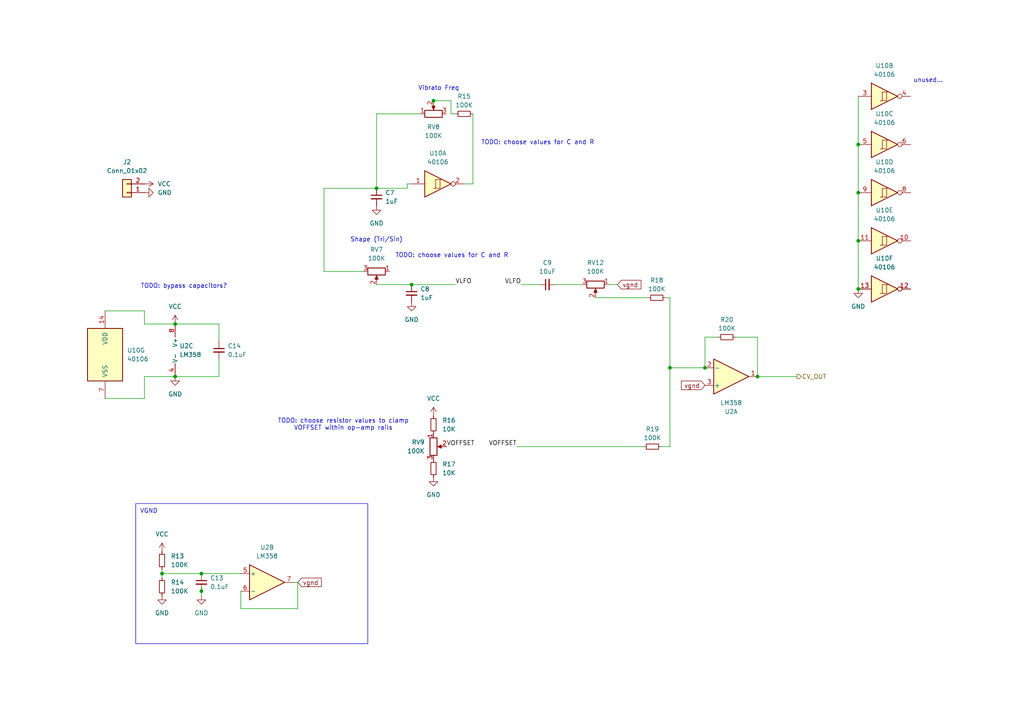
<source format=kicad_sch>
(kicad_sch (version 20231120) (generator "eeschema") (generator_version "8.0")
  (paper "A4")
  (lib_symbols
    (symbol "4xxx:40106" (pin_names (offset 1.016))
      (property "Reference" "U" (at 0 1.27 0))
      (property "Value" "40106" (at 0 -1.27 0))
      (symbol "40106_1_0"
        (polyline (pts (xy -0.635 -1.27) (xy -0.635 1.27) (xy 0.635 1.27)))
        (polyline (pts (xy -3.81 3.81) (xy -3.81 -3.81) (xy 3.81 0) (xy -3.81 3.81)) (stroke (width 0.254)) (fill (type background)))
        (polyline (pts (xy -1.27 -1.27) (xy 0.635 -1.27) (xy 0.635 1.27) (xy 1.27 1.27)))
        (pin input line (at -7.62 0 0) (length 3.81) (name "~") (number "1"))
        (pin output inverted (at 7.62 0 180) (length 3.81) (name "~") (number "2"))
      )
      (symbol "40106_2_0"
        (polyline (pts (xy -0.635 -1.27) (xy -0.635 1.27) (xy 0.635 1.27)))
        (polyline (pts (xy -3.81 3.81) (xy -3.81 -3.81) (xy 3.81 0) (xy -3.81 3.81)) (stroke (width 0.254)) (fill (type background)))
        (polyline (pts (xy -1.27 -1.27) (xy 0.635 -1.27) (xy 0.635 1.27) (xy 1.27 1.27)))
        (pin input line (at -7.62 0 0) (length 3.81) (name "~") (number "3"))
        (pin output inverted (at 7.62 0 180) (length 3.81) (name "~") (number "4"))
      )
      (symbol "40106_3_0"
        (polyline (pts (xy -0.635 -1.27) (xy -0.635 1.27) (xy 0.635 1.27)))
        (polyline (pts (xy -3.81 3.81) (xy -3.81 -3.81) (xy 3.81 0) (xy -3.81 3.81)) (stroke (width 0.254)) (fill (type background)))
        (polyline (pts (xy -1.27 -1.27) (xy 0.635 -1.27) (xy 0.635 1.27) (xy 1.27 1.27)))
        (pin input line (at -7.62 0 0) (length 3.81) (name "~") (number "5"))
        (pin output inverted (at 7.62 0 180) (length 3.81) (name "~") (number "6"))
      )
      (symbol "40106_4_0"
        (polyline (pts (xy -0.635 -1.27) (xy -0.635 1.27) (xy 0.635 1.27)))
        (polyline (pts (xy -3.81 3.81) (xy -3.81 -3.81) (xy 3.81 0) (xy -3.81 3.81)) (stroke (width 0.254)) (fill (type background)))
        (polyline (pts (xy -1.27 -1.27) (xy 0.635 -1.27) (xy 0.635 1.27) (xy 1.27 1.27)))
        (pin output inverted (at 7.62 0 180) (length 3.81) (name "~") (number "8"))
        (pin input line (at -7.62 0 0) (length 3.81) (name "~") (number "9"))
      )
      (symbol "40106_5_0"
        (polyline (pts (xy -0.635 -1.27) (xy -0.635 1.27) (xy 0.635 1.27)))
        (polyline (pts (xy -3.81 3.81) (xy -3.81 -3.81) (xy 3.81 0) (xy -3.81 3.81)) (stroke (width 0.254)) (fill (type background)))
        (polyline (pts (xy -1.27 -1.27) (xy 0.635 -1.27) (xy 0.635 1.27) (xy 1.27 1.27)))
        (pin output inverted (at 7.62 0 180) (length 3.81) (name "~") (number "10"))
        (pin input line (at -7.62 0 0) (length 3.81) (name "~") (number "11"))
      )
      (symbol "40106_6_0"
        (polyline (pts (xy -0.635 -1.27) (xy -0.635 1.27) (xy 0.635 1.27)))
        (polyline (pts (xy -3.81 3.81) (xy -3.81 -3.81) (xy 3.81 0) (xy -3.81 3.81)) (stroke (width 0.254)) (fill (type background)))
        (polyline (pts (xy -1.27 -1.27) (xy 0.635 -1.27) (xy 0.635 1.27) (xy 1.27 1.27)))
        (pin output inverted (at 7.62 0 180) (length 3.81) (name "~") (number "12"))
        (pin input line (at -7.62 0 0) (length 3.81) (name "~") (number "13"))
      )
      (symbol "40106_7_0"
        (pin power_in line (at 0 12.7 270) (length 5.08) (name "VDD") (number "14"))
        (pin power_in line (at 0 -12.7 90) (length 5.08) (name "VSS") (number "7"))
      )
      (symbol "40106_7_1"
        (rectangle (start -5.08 7.62) (end 5.08 -7.62) (stroke (width 0.254)) (fill (type background)))
      )
    )
    (symbol "Amplifier_Operational:LM358" (pin_names (offset 0.127))
      (property "Reference" "U" (at 0 5.08 0))
      (property "Value" "LM358" (at 0 -5.08 0))
      (symbol "LM358_1_1"
        (polyline (pts (xy -5.08 5.08) (xy 5.08 0) (xy -5.08 -5.08) (xy -5.08 5.08)) (stroke (width 0.254)) (fill (type background)))
        (pin output line (at 7.62 0 180) (length 2.54) (name "~") (number "1"))
        (pin input line (at -7.62 -2.54 0) (length 2.54) (name "-") (number "2"))
        (pin input line (at -7.62 2.54 0) (length 2.54) (name "+") (number "3"))
      )
      (symbol "LM358_2_1"
        (polyline (pts (xy -5.08 5.08) (xy 5.08 0) (xy -5.08 -5.08) (xy -5.08 5.08)) (stroke (width 0.254)) (fill (type background)))
        (pin input line (at -7.62 2.54 0) (length 2.54) (name "+") (number "5"))
        (pin input line (at -7.62 -2.54 0) (length 2.54) (name "-") (number "6"))
        (pin output line (at 7.62 0 180) (length 2.54) (name "~") (number "7"))
      )
      (symbol "LM358_3_1"
        (pin power_in line (at -2.54 -7.62 90) (length 3.81) (name "V-") (number "4"))
        (pin power_in line (at -2.54 7.62 270) (length 3.81) (name "V+") (number "8"))
      )
    )
    (symbol "Connector_Generic:Conn_01x02" (pin_names (offset 1.016) hide)
      (property "Reference" "J" (at 0 2.54 0))
      (property "Value" "Conn_01x02" (at 0 -5.08 0))
      (symbol "Conn_01x02_1_1"
        (rectangle (start -1.27 -2.413) (end 0 -2.667) (stroke (width 0.1524)))
        (rectangle (start -1.27 0.127) (end 0 -0.127) (stroke (width 0.1524)))
        (rectangle (start -1.27 1.27) (end 1.27 -3.81) (stroke (width 0.254)) (fill (type background)))
        (pin passive line (at -5.08 0 0) (length 3.81) (name "Pin_1") (number "1"))
        (pin passive line (at -5.08 -2.54 0) (length 3.81) (name "Pin_2") (number "2"))
      )
    )
    (symbol "Device:C_Small" (pin_numbers hide) (pin_names (offset 0.254) hide)
      (property "Reference" "C" (at 0.254 1.778 0))
      (property "Value" "C_Small" (at 0.254 -2.032 0))
      (symbol "C_Small_0_1"
        (polyline (pts (xy -1.524 -0.508) (xy 1.524 -0.508)) (stroke (width 0.3302)))
        (polyline (pts (xy -1.524 0.508) (xy 1.524 0.508)) (stroke (width 0.3048)))
      )
      (symbol "C_Small_1_1"
        (pin passive line (at 0 2.54 270) (length 2.032) (name "~") (number "1"))
        (pin passive line (at 0 -2.54 90) (length 2.032) (name "~") (number "2"))
      )
    )
    (symbol "Device:R_Potentiometer" (pin_names (offset 1.016) hide)
      (property "Reference" "RV" (at -4.445 0 90))
      (property "Value" "R_Potentiometer" (at -2.54 0 90))
      (symbol "R_Potentiometer_0_1"
        (polyline (pts (xy 2.54 0) (xy 1.524 0)))
        (polyline (pts (xy 1.143 0) (xy 2.286 0.508) (xy 2.286 -0.508) (xy 1.143 0)) (fill (type outline)))
        (rectangle (start 1.016 2.54) (end -1.016 -2.54) (stroke (width 0.254)))
      )
      (symbol "R_Potentiometer_1_1"
        (pin passive line (at 0 3.81 270) (length 1.27) (name "1") (number "1"))
        (pin passive line (at 3.81 0 180) (length 1.27) (name "2") (number "2"))
        (pin passive line (at 0 -3.81 90) (length 1.27) (name "3") (number "3"))
      )
    )
    (symbol "Device:R_Small" (pin_numbers hide) (pin_names (offset 0.254) hide)
      (property "Reference" "R" (at 0.762 0.508 0))
      (property "Value" "R_Small" (at 0.762 -1.016 0))
      (symbol "R_Small_0_1"
        (rectangle (start -0.762 1.778) (end 0.762 -1.778) (stroke (width 0.2032)))
      )
      (symbol "R_Small_1_1"
        (pin passive line (at 0 2.54 270) (length 0.762) (name "~") (number "1"))
        (pin passive line (at 0 -2.54 90) (length 0.762) (name "~") (number "2"))
      )
    )
    (symbol "VCC_1" (power) (pin_numbers hide) (pin_names (offset 0) hide)
      (property "Value" "VCC" (at -0.0001 3.81 90))
      (symbol "VCC_1_0_1"
        (polyline (pts (xy -0.762 1.27) (xy 0 2.54)))
        (polyline (pts (xy 0 0) (xy 0 2.54)))
        (polyline (pts (xy 0 2.54) (xy 0.762 1.27)))
      )
      (symbol "VCC_1_1_1"
        (pin power_in line (at 0 0 90) (length 0) (name "~") (number "1"))
      )
    )
    (symbol "power:GND" (power) (pin_numbers hide) (pin_names (offset 0) hide)
      (property "Value" "GND" (at 0 -3.81 0))
      (symbol "GND_0_1"
        (polyline (pts (xy 0 0) (xy 0 -1.27) (xy 1.27 -1.27) (xy 0 -2.54) (xy -1.27 -1.27) (xy 0 -1.27)))
      )
      (symbol "GND_1_1"
        (pin power_in line (at 0 0 270) (length 0) (name "~") (number "1"))
      )
    )
    (symbol "power:VCC" (power) (pin_numbers hide) (pin_names (offset 0) hide)
      (property "Value" "VCC" (at 0 3.556 0))
      (symbol "VCC_0_1"
        (polyline (pts (xy -0.762 1.27) (xy 0 2.54)))
        (polyline (pts (xy 0 0) (xy 0 2.54)))
        (polyline (pts (xy 0 2.54) (xy 0.762 1.27)))
      )
      (symbol "VCC_1_1"
        (pin power_in line (at 0 0 90) (length 0) (name "~") (number "1"))
      )
    )
  )
  (junction (at 248.92 69.85))
  (junction (at 58.42 166.37))
  (junction (at 50.8 93.98))
  (junction (at 125.73 29.21))
  (junction (at 50.8 109.22))
  (junction (at 248.92 55.88))
  (junction (at 219.71 109.22))
  (junction (at 248.92 41.91))
  (junction (at 248.92 83.82))
  (junction (at 46.99 166.37))
  (junction (at 109.22 54.61))
  (junction (at 58.42 171.45))
  (junction (at 194.31 106.68))
  (junction (at 204.47 106.68))
  (junction (at 119.38 82.55))
  (wire (pts (xy 41.91 115.57) (xy 41.91 109.22)))
  (wire (pts (xy 219.71 109.22) (xy 231.14 109.22)))
  (wire (pts (xy 172.72 86.36) (xy 187.96 86.36)))
  (wire (pts (xy 63.5 93.98) (xy 63.5 99.06)))
  (wire (pts (xy 86.36 168.91) (xy 85.09 168.91)))
  (wire (pts (xy 30.48 115.57) (xy 41.91 115.57)))
  (wire (pts (xy 125.73 29.21) (xy 125.73 30.48)))
  (wire (pts (xy 194.31 106.68) (xy 194.31 129.54)))
  (wire (pts (xy 204.47 97.79) (xy 204.47 106.68)))
  (wire (pts (xy 93.98 54.61) (xy 93.98 78.74)))
  (wire (pts (xy 69.85 171.45) (xy 69.85 176.53)))
  (wire (pts (xy 121.92 33.02) (xy 109.22 33.02)))
  (wire (pts (xy 50.8 93.98) (xy 63.5 93.98)))
  (wire (pts (xy 161.29 82.55) (xy 168.91 82.55)))
  (wire (pts (xy 194.31 129.54) (xy 191.77 129.54)))
  (wire (pts (xy 179.07 82.55) (xy 176.53 82.55)))
  (wire (pts (xy 41.91 93.98) (xy 50.8 93.98)))
  (wire (pts (xy 109.22 82.55) (xy 119.38 82.55)))
  (wire (pts (xy 248.92 55.88) (xy 248.92 69.85)))
  (wire (pts (xy 41.91 109.22) (xy 50.8 109.22)))
  (wire (pts (xy 194.31 86.36) (xy 193.04 86.36)))
  (wire (pts (xy 46.99 167.64) (xy 46.99 166.37)))
  (wire (pts (xy 130.81 29.21) (xy 130.81 33.02)))
  (wire (pts (xy 219.71 97.79) (xy 219.71 109.22)))
  (wire (pts (xy 63.5 109.22) (xy 63.5 104.14)))
  (wire (pts (xy 119.38 82.55) (xy 132.08 82.55)))
  (wire (pts (xy 213.36 97.79) (xy 219.71 97.79)))
  (wire (pts (xy 69.85 176.53) (xy 86.36 176.53)))
  (wire (pts (xy 46.99 166.37) (xy 58.42 166.37)))
  (wire (pts (xy 125.73 29.21) (xy 130.81 29.21)))
  (wire (pts (xy 132.08 33.02) (xy 130.81 33.02)))
  (wire (pts (xy 204.47 106.68) (xy 194.31 106.68)))
  (wire (pts (xy 58.42 171.45) (xy 58.42 172.72)))
  (wire (pts (xy 149.86 129.54) (xy 186.69 129.54)))
  (wire (pts (xy 194.31 86.36) (xy 194.31 106.68)))
  (wire (pts (xy 86.36 176.53) (xy 86.36 168.91)))
  (wire (pts (xy 109.22 33.02) (xy 109.22 54.61)))
  (wire (pts (xy 93.98 78.74) (xy 105.41 78.74)))
  (wire (pts (xy 248.92 27.94) (xy 248.92 41.91)))
  (wire (pts (xy 151.13 82.55) (xy 156.21 82.55)))
  (wire (pts (xy 93.98 54.61) (xy 109.22 54.61)))
  (wire (pts (xy 58.42 166.37) (xy 69.85 166.37)))
  (wire (pts (xy 137.16 33.02) (xy 137.16 53.34)))
  (wire (pts (xy 46.99 166.37) (xy 46.99 165.1)))
  (wire (pts (xy 208.28 97.79) (xy 204.47 97.79)))
  (wire (pts (xy 248.92 41.91) (xy 248.92 55.88)))
  (wire (pts (xy 119.38 53.34) (xy 118.11 53.34)))
  (wire (pts (xy 248.92 69.85) (xy 248.92 83.82)))
  (wire (pts (xy 118.11 54.61) (xy 109.22 54.61)))
  (wire (pts (xy 50.8 109.22) (xy 63.5 109.22)))
  (wire (pts (xy 41.91 90.17) (xy 41.91 93.98)))
  (wire (pts (xy 118.11 53.34) (xy 118.11 54.61)))
  (wire (pts (xy 30.48 90.17) (xy 41.91 90.17)))
  (wire (pts (xy 137.16 53.34) (xy 134.62 53.34)))
  (wire (pts (xy 58.42 170.18) (xy 58.42 171.45)))
  (rectangle (start 39.37 146.05) (end 106.68 186.69))
  (text "TODO: choose resistor values to clamp\nVOFFSET within op-amp rails\n" (at 99.568 123.19 0) (effects (font (size 1.27 1.27))))
  (text "TODO: choose values for C and R\n" (at 131.064 74.168 0) (effects (font (size 1.27 1.27))))
  (text "TODO: choose values for C and R\n" (at 155.956 41.402 0) (effects (font (size 1.27 1.27))))
  (text "TODO: bypass capacitors?\n" (at 53.34 83.058 0) (effects (font (size 1.27 1.27))))
  (text "Vibrato Freq" (at 127.254 25.654 0) (effects (font (size 1.27 1.27))))
  (text "Shape (Tri/Sin)\n" (at 109.22 69.596 0) (effects (font (size 1.27 1.27))))
  (text "VGND\n" (at 43.18 148.336 0) (effects (font (size 1.27 1.27))))
  (text "unused...\n" (at 269.24 23.368 0) (effects (font (size 1.27 1.27))))
  (label "VOFFSET" (at 129.54 129.54 0))
  (label "VLFO" (at 151.13 82.55 180))
  (label "VOFFSET" (at 149.86 129.54 180))
  (label "VLFO" (at 132.08 82.55 0))
  (global_label "vgnd" (shape input) (at 204.47 111.76 180) (property "Intersheetrefs" "${INTERSHEET_REFS}" (effects (hide yes))))
  (global_label "vgnd" (shape input) (at 86.36 168.91 0) (property "Intersheetrefs" "${INTERSHEET_REFS}" (effects (hide yes))))
  (global_label "vgnd" (shape input) (at 179.07 82.55 0) (property "Intersheetrefs" "${INTERSHEET_REFS}" (effects (hide yes))))
  (hierarchical_label "CV_OUT" (shape output) (at 231.14 109.22 0))
  (symbol (lib_id "power:GND") (at 119.38 87.63 0) (unit 1)
    (property "Reference" "#PWR09" (effects (hide yes)))
    (property "Value" "GND" (at 119.38 92.71 0))
    (property "Description" "Power symbol creates a global label with name \"GND\" , ground" (effects (hide yes)))
  )
  (symbol (lib_id "Device:R_Small") (at 46.99 170.18 0) (unit 1)
    (property "Reference" "R14" (at 49.53 168.9099 0) (effects (justify left)))
    (property "Value" "100K" (at 49.53 171.4499 0) (effects (justify left)))
    (property "Footprint" "Resistor_SMD:R_0603_1608Metric" (effects (hide yes)))
    (property "Description" "Resistor, small symbol" (effects (hide yes)))
  )
  (symbol (lib_id "power:GND") (at 125.73 138.43 0) (unit 1)
    (property "Reference" "#PWR06" (effects (hide yes)))
    (property "Value" "GND" (at 125.73 143.51 0))
    (property "Description" "Power symbol creates a global label with name \"GND\" , ground" (effects (hide yes)))
  )
  (symbol (lib_id "power:GND") (at 58.42 172.72 0) (unit 1)
    (property "Reference" "#PWR018" (effects (hide yes)))
    (property "Value" "GND" (at 58.42 177.8 0))
    (property "Description" "Power symbol creates a global label with name \"GND\" , ground" (effects (hide yes)))
  )
  (symbol (lib_id "Device:R_Potentiometer") (at 125.73 129.54 0) (unit 1)
    (property "Reference" "RV9" (at 123.19 128.2699 0) (effects (justify right)))
    (property "Value" "100K" (at 123.19 130.8099 0) (effects (justify right)))
    (property "Footprint" "Potentiometer_THT:RV09AF-40-ALPHA-POT" (effects (hide yes)))
    (property "Description" "Potentiometer" (effects (hide yes)))
  )
  (symbol (lib_id "power:GND") (at 248.92 83.82 0) (unit 1)
    (property "Reference" "#PWR026" (effects (hide yes)))
    (property "Value" "GND" (at 248.92 88.9 0))
    (property "Description" "Power symbol creates a global label with name \"GND\" , ground" (effects (hide yes)))
  )
  (symbol (lib_id "power:GND") (at 46.99 172.72 0) (unit 1)
    (property "Reference" "#PWR011" (effects (hide yes)))
    (property "Value" "GND" (at 46.99 177.8 0))
    (property "Description" "Power symbol creates a global label with name \"GND\" , ground" (effects (hide yes)))
  )
  (symbol (lib_id "power:GND") (at 41.91 55.88 90) (unit 1)
    (property "Reference" "#PWR013" (effects (hide yes)))
    (property "Value" "GND" (at 45.72 55.8799 90) (effects (justify right)))
    (property "Description" "Power symbol creates a global label with name \"GND\" , ground" (effects (hide yes)))
  )
  (symbol (lib_id "Amplifier_Operational:LM358") (at 53.34 101.6 0) (unit 3)
    (property "Reference" "U2" (at 52.07 100.3299 0) (effects (justify left)))
    (property "Value" "LM358" (at 52.07 102.8699 0) (effects (justify left)))
    (property "Footprint" "Package_SO:SOIC-8-1EP_3.9x4.9mm_P1.27mm_EP2.514x3.2mm" (effects (hide yes)))
    (property "Datasheet" "http://www.ti.com/lit/ds/symlink/lm2904-n.pdf" (effects (hide yes)))
    (property "Description" "Low-Power, Dual Operational Amplifiers, DIP-8/SOIC-8/TO-99-8" (effects (hide yes)))
    (property "JLC" "C7950" (effects (hide yes)))
  )
  (symbol (lib_id "Device:R_Small") (at 134.62 33.02 90) (unit 1)
    (property "Reference" "R15" (at 134.62 27.94 90))
    (property "Value" "100K" (at 134.62 30.48 90))
    (property "Footprint" "Resistor_SMD:R_0603_1608Metric" (effects (hide yes)))
    (property "Description" "Resistor, small symbol" (effects (hide yes)))
  )
  (symbol (lib_id "power:VCC") (at 46.99 160.02 0) (unit 1)
    (property "Reference" "#PWR010" (effects (hide yes)))
    (property "Value" "VCC" (at 46.99 154.94 0))
    (property "Description" "Power symbol creates a global label with name \"VCC\"" (effects (hide yes)))
  )
  (symbol (lib_id "4xxx:40106") (at 256.54 41.91 0) (unit 3)
    (property "Reference" "U10" (at 256.54 33.02 0))
    (property "Value" "40106" (at 256.54 35.56 0))
    (property "Footprint" "easyeda2kicad:SOIC-14_L8.7-W3.9-P1.27-LS6.0-BL" (effects (hide yes)))
    (property "Datasheet" "https://assets.nexperia.com/documents/data-sheet/HEF40106B.pdf" (effects (hide yes)))
    (property "Description" "Hex Schmitt trigger inverter" (effects (hide yes)))
  )
  (symbol (lib_id "4xxx:40106") (at 127 53.34 0) (unit 1)
    (property "Reference" "U10" (at 127 44.45 0))
    (property "Value" "40106" (at 127 46.99 0))
    (property "Footprint" "easyeda2kicad:SOIC-14_L8.7-W3.9-P1.27-LS6.0-BL" (effects (hide yes)))
    (property "Datasheet" "https://assets.nexperia.com/documents/data-sheet/HEF40106B.pdf" (effects (hide yes)))
    (property "Description" "Hex Schmitt trigger inverter" (effects (hide yes)))
  )
  (symbol (lib_id "power:VCC") (at 125.73 120.65 0) (unit 1)
    (property "Reference" "#PWR07" (effects (hide yes)))
    (property "Value" "VCC" (at 125.73 115.57 0))
    (property "Description" "Power symbol creates a global label with name \"VCC\"" (effects (hide yes)))
  )
  (symbol (lib_id "Device:C_Small") (at 119.38 85.09 0) (unit 1)
    (property "Reference" "C8" (at 121.92 83.8262 0) (effects (justify left)))
    (property "Value" "1uF" (at 121.92 86.3662 0) (effects (justify left)))
    (property "Footprint" "Capacitor_SMD:C_0805_2012Metric" (effects (hide yes)))
    (property "Description" "Unpolarized capacitor, small symbol" (effects (hide yes)))
  )
  (symbol (lib_id "Device:R_Small") (at 189.23 129.54 90) (unit 1)
    (property "Reference" "R19" (at 189.23 124.46 90))
    (property "Value" "100K" (at 189.23 127 90))
    (property "Footprint" "Resistor_SMD:R_0603_1608Metric" (effects (hide yes)))
    (property "Description" "Resistor, small symbol" (effects (hide yes)))
  )
  (symbol (lib_id "Device:R_Small") (at 210.82 97.79 90) (unit 1)
    (property "Reference" "R20" (at 210.82 92.71 90))
    (property "Value" "100K" (at 210.82 95.25 90))
    (property "Footprint" "Resistor_SMD:R_0603_1608Metric" (effects (hide yes)))
    (property "Description" "Resistor, small symbol" (effects (hide yes)))
  )
  (symbol (lib_id "Device:R_Small") (at 125.73 135.89 0) (unit 1)
    (property "Reference" "R17" (at 128.27 134.6199 0) (effects (justify left)))
    (property "Value" "10K" (at 128.27 137.1599 0) (effects (justify left)))
    (property "Footprint" "Resistor_SMD:R_0603_1608Metric" (effects (hide yes)))
    (property "Description" "Resistor, small symbol" (effects (hide yes)))
  )
  (symbol (lib_id "Device:R_Potentiometer") (at 109.22 78.74 270) (unit 1)
    (property "Reference" "RV7" (at 109.22 72.39 90))
    (property "Value" "100K" (at 109.22 74.93 90))
    (property "Footprint" "Potentiometer_THT:RV09AF-40-ALPHA-POT" (effects (hide yes)))
    (property "Description" "Potentiometer" (effects (hide yes)))
  )
  (symbol (lib_id "Device:R_Potentiometer") (at 125.73 33.02 90) (unit 1)
    (property "Reference" "RV8" (at 125.73 36.83 90))
    (property "Value" "100K" (at 125.73 39.37 90))
    (property "Footprint" "Potentiometer_THT:RV09AF-40-ALPHA-POT" (effects (hide yes)))
    (property "Description" "Potentiometer" (effects (hide yes)))
  )
  (symbol (lib_id "4xxx:40106") (at 30.48 102.87 0) (unit 7)
    (property "Reference" "U10" (at 36.83 101.5999 0) (effects (justify left)))
    (property "Value" "40106" (at 36.83 104.1399 0) (effects (justify left)))
    (property "Footprint" "easyeda2kicad:SOIC-14_L8.7-W3.9-P1.27-LS6.0-BL" (effects (hide yes)))
    (property "Datasheet" "https://assets.nexperia.com/documents/data-sheet/HEF40106B.pdf" (effects (hide yes)))
    (property "Description" "Hex Schmitt trigger inverter" (effects (hide yes)))
  )
  (symbol (lib_id "power:GND") (at 109.22 59.69 0) (unit 1)
    (property "Reference" "#PWR08" (effects (hide yes)))
    (property "Value" "GND" (at 109.22 64.77 0))
    (property "Description" "Power symbol creates a global label with name \"GND\" , ground" (effects (hide yes)))
  )
  (symbol (lib_id "Device:R_Potentiometer") (at 172.72 82.55 270) (unit 1)
    (property "Reference" "RV12" (at 172.72 76.2 90))
    (property "Value" "100K" (at 172.72 78.74 90))
    (property "Footprint" "Potentiometer_THT:RV09AF-40-ALPHA-POT" (effects (hide yes)))
    (property "Description" "Potentiometer" (effects (hide yes)))
  )
  (symbol (lib_name "VCC_1") (lib_id "power:VCC") (at 41.91 53.34 270) (unit 1)
    (property "Reference" "#PWR012" (effects (hide yes)))
    (property "Value" "VCC" (at 45.72 53.3399 90) (effects (justify left)))
    (property "Description" "Power symbol creates a global label with name \"VCC\"" (effects (hide yes)))
  )
  (symbol (lib_id "4xxx:40106") (at 256.54 69.85 0) (unit 5)
    (property "Reference" "U10" (at 256.54 60.96 0))
    (property "Value" "40106" (at 256.54 63.5 0))
    (property "Footprint" "easyeda2kicad:SOIC-14_L8.7-W3.9-P1.27-LS6.0-BL" (effects (hide yes)))
    (property "Datasheet" "https://assets.nexperia.com/documents/data-sheet/HEF40106B.pdf" (effects (hide yes)))
    (property "Description" "Hex Schmitt trigger inverter" (effects (hide yes)))
  )
  (symbol (lib_id "4xxx:40106") (at 256.54 27.94 0) (unit 2)
    (property "Reference" "U10" (at 256.54 19.05 0))
    (property "Value" "40106" (at 256.54 21.59 0))
    (property "Footprint" "easyeda2kicad:SOIC-14_L8.7-W3.9-P1.27-LS6.0-BL" (effects (hide yes)))
    (property "Datasheet" "https://assets.nexperia.com/documents/data-sheet/HEF40106B.pdf" (effects (hide yes)))
    (property "Description" "Hex Schmitt trigger inverter" (effects (hide yes)))
  )
  (symbol (lib_id "Device:R_Small") (at 190.5 86.36 90) (unit 1)
    (property "Reference" "R18" (at 190.5 81.28 90))
    (property "Value" "100K" (at 190.5 83.82 90))
    (property "Footprint" "Resistor_SMD:R_0603_1608Metric" (effects (hide yes)))
    (property "Description" "Resistor, small symbol" (effects (hide yes)))
  )
  (symbol (lib_id "Device:C_Small") (at 158.75 82.55 90) (unit 1)
    (property "Reference" "C9" (at 158.7563 76.2 90))
    (property "Value" "10uF" (at 158.7563 78.74 90))
    (property "Footprint" "Capacitor_SMD:C_0805_2012Metric" (effects (hide yes)))
    (property "Description" "Unpolarized capacitor, small symbol" (effects (hide yes)))
  )
  (symbol (lib_id "Device:C_Small") (at 58.42 168.91 0) (unit 1)
    (property "Reference" "C13" (at 60.96 167.6462 0) (effects (justify left)))
    (property "Value" "0.1uF" (at 60.96 170.1862 0) (effects (justify left)))
    (property "Footprint" "Capacitor_SMD:C_0805_2012Metric" (effects (hide yes)))
    (property "Description" "Unpolarized capacitor, small symbol" (effects (hide yes)))
  )
  (symbol (lib_id "4xxx:40106") (at 256.54 83.82 0) (unit 6)
    (property "Reference" "U10" (at 256.54 74.93 0))
    (property "Value" "40106" (at 256.54 77.47 0))
    (property "Footprint" "easyeda2kicad:SOIC-14_L8.7-W3.9-P1.27-LS6.0-BL" (effects (hide yes)))
    (property "Datasheet" "https://assets.nexperia.com/documents/data-sheet/HEF40106B.pdf" (effects (hide yes)))
    (property "Description" "Hex Schmitt trigger inverter" (effects (hide yes)))
  )
  (symbol (lib_id "Device:C_Small") (at 63.5 101.6 0) (unit 1)
    (property "Reference" "C14" (at 66.04 100.3362 0) (effects (justify left)))
    (property "Value" "0.1uF" (at 66.04 102.8762 0) (effects (justify left)))
    (property "Footprint" "Capacitor_SMD:C_0805_2012Metric" (effects (hide yes)))
    (property "Description" "Unpolarized capacitor, small symbol" (effects (hide yes)))
  )
  (symbol (lib_id "Device:R_Small") (at 125.73 123.19 0) (unit 1)
    (property "Reference" "R16" (at 128.27 121.9199 0) (effects (justify left)))
    (property "Value" "10K" (at 128.27 124.4599 0) (effects (justify left)))
    (property "Footprint" "Resistor_SMD:R_0603_1608Metric" (effects (hide yes)))
    (property "Description" "Resistor, small symbol" (effects (hide yes)))
  )
  (symbol (lib_id "Amplifier_Operational:LM358") (at 77.47 168.91 0) (unit 2)
    (property "Reference" "U2" (at 77.47 158.75 0))
    (property "Value" "LM358" (at 77.47 161.29 0))
    (property "Footprint" "Package_SO:SOIC-8-1EP_3.9x4.9mm_P1.27mm_EP2.514x3.2mm" (effects (hide yes)))
    (property "Datasheet" "http://www.ti.com/lit/ds/symlink/lm2904-n.pdf" (effects (hide yes)))
    (property "Description" "Low-Power, Dual Operational Amplifiers, DIP-8/SOIC-8/TO-99-8" (effects (hide yes)))
    (property "JLC" "C7950" (effects (hide yes)))
  )
  (symbol (lib_id "Device:R_Small") (at 46.99 162.56 0) (unit 1)
    (property "Reference" "R13" (at 49.53 161.2899 0) (effects (justify left)))
    (property "Value" "100K" (at 49.53 163.8299 0) (effects (justify left)))
    (property "Footprint" "Resistor_SMD:R_0603_1608Metric" (effects (hide yes)))
    (property "Description" "Resistor, small symbol" (effects (hide yes)))
  )
  (symbol (lib_id "Device:C_Small") (at 109.22 57.15 0) (unit 1)
    (property "Reference" "C7" (at 111.76 55.8862 0) (effects (justify left)))
    (property "Value" "1uF" (at 111.76 58.4262 0) (effects (justify left)))
    (property "Footprint" "Capacitor_SMD:C_0805_2012Metric" (effects (hide yes)))
    (property "Description" "Unpolarized capacitor, small symbol" (effects (hide yes)))
  )
  (symbol (lib_id "power:VCC") (at 50.8 93.98 0) (unit 1)
    (property "Reference" "#PWR01" (effects (hide yes)))
    (property "Value" "VCC" (at 50.8 88.9 0))
    (property "Description" "Power symbol creates a global label with name \"VCC\"" (effects (hide yes)))
  )
  (symbol (lib_id "Connector_Generic:Conn_01x02") (at 36.83 55.88 180) (unit 1)
    (property "Reference" "J2" (at 36.83 46.99 0))
    (property "Value" "Conn_01x02" (at 36.83 49.53 0))
    (property "Footprint" "Connector_PinSocket_2.54mm:PinSocket_1x02_P2.54mm_Vertical" (effects (hide yes)))
    (property "Description" "Generic connector, single row, 01x02, script generated (kicad-library-utils/schlib/autogen/connector/)" (effects (hide yes)))
  )
  (symbol (lib_id "Amplifier_Operational:LM358") (at 212.09 109.22 0) (mirror x) (unit 1)
    (property "Reference" "U2" (at 212.09 119.38 0))
    (property "Value" "LM358" (at 212.09 116.84 0))
    (property "Footprint" "Package_SO:SOIC-8-1EP_3.9x4.9mm_P1.27mm_EP2.514x3.2mm" (effects (hide yes)))
    (property "Datasheet" "http://www.ti.com/lit/ds/symlink/lm2904-n.pdf" (effects (hide yes)))
    (property "Description" "Low-Power, Dual Operational Amplifiers, DIP-8/SOIC-8/TO-99-8" (effects (hide yes)))
    (property "JLC" "C7950" (effects (hide yes)))
  )
  (symbol (lib_id "4xxx:40106") (at 256.54 55.88 0) (unit 4)
    (property "Reference" "U10" (at 256.54 46.99 0))
    (property "Value" "40106" (at 256.54 49.53 0))
    (property "Footprint" "easyeda2kicad:SOIC-14_L8.7-W3.9-P1.27-LS6.0-BL" (effects (hide yes)))
    (property "Datasheet" "https://assets.nexperia.com/documents/data-sheet/HEF40106B.pdf" (effects (hide yes)))
    (property "Description" "Hex Schmitt trigger inverter" (effects (hide yes)))
  )
  (symbol (lib_id "power:GND") (at 50.8 109.22 0) (unit 1)
    (property "Reference" "#PWR03" (effects (hide yes)))
    (property "Value" "GND" (at 50.8 114.3 0))
    (property "Description" "Power symbol creates a global label with name \"GND\" , ground" (effects (hide yes)))
  )
)
</source>
